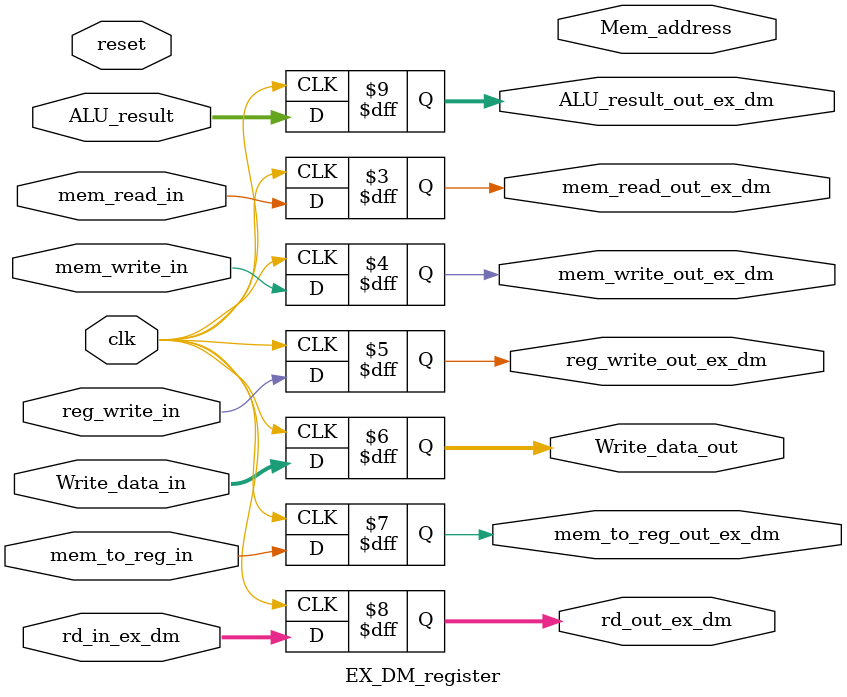
<source format=v>
module EX_DM_register (
    ALU_result, ALU_result_out_ex_dm, mem_read_in, mem_write_in, Write_data_in, rd_in_ex_dm, Mem_address, mem_read_out_ex_dm, mem_write_out_ex_dm, Write_data_out, mem_to_reg_in, reg_write_in, mem_to_reg_out_ex_dm, reg_write_out_ex_dm, clk, reset, rd_out_ex_dm
);
input mem_to_reg_in, clk, reset;
input wire [4:0] rd_in_ex_dm;
input wire mem_read_in, mem_write_in, reg_write_in;
input wire [31:0] ALU_result, Write_data_in;
output reg mem_read_out_ex_dm, mem_write_out_ex_dm, reg_write_out_ex_dm;
output reg [31:0] Mem_address, Write_data_out;
output reg mem_to_reg_out_ex_dm;
output reg [4:0] rd_out_ex_dm;
output reg [31:0] ALU_result_out_ex_dm;
reg flag_ex_dm;
always @(posedge reset)
    begin
      flag_ex_dm = 1'b1;
    end
always @(negedge clk)
    begin
        ALU_result_out_ex_dm <= ALU_result;
        rd_out_ex_dm <= rd_in_ex_dm;
        mem_read_out_ex_dm <= mem_read_in;
        mem_write_out_ex_dm <= mem_write_in;
        // Mem_address <= ALU_result;
        Write_data_out <= Write_data_in;
        mem_to_reg_out_ex_dm <= mem_to_reg_in;
        reg_write_out_ex_dm <= reg_write_in;
        // #1
        // $display("time=%3d, check address= %d \n",$time,rd_in_ex_dm);
    end
endmodule
</source>
